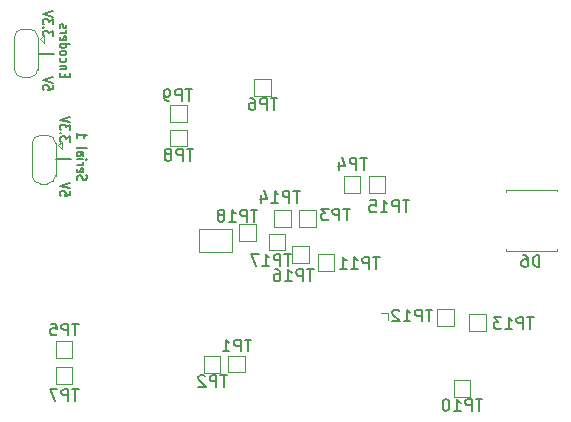
<source format=gbr>
G04 #@! TF.GenerationSoftware,KiCad,Pcbnew,5.1.5-52549c5~84~ubuntu18.04.1*
G04 #@! TF.CreationDate,2020-01-06T23:59:47+00:00*
G04 #@! TF.ProjectId,simpleboard,73696d70-6c65-4626-9f61-72642e6b6963,rev?*
G04 #@! TF.SameCoordinates,Original*
G04 #@! TF.FileFunction,Legend,Bot*
G04 #@! TF.FilePolarity,Positive*
%FSLAX46Y46*%
G04 Gerber Fmt 4.6, Leading zero omitted, Abs format (unit mm)*
G04 Created by KiCad (PCBNEW 5.1.5-52549c5~84~ubuntu18.04.1) date 2020-01-06 23:59:47*
%MOMM*%
%LPD*%
G04 APERTURE LIST*
%ADD10C,0.175000*%
%ADD11C,0.120000*%
%ADD12C,0.150000*%
G04 APERTURE END LIST*
D10*
X155185714Y-65200000D02*
X155185714Y-64966666D01*
X154740476Y-64866666D02*
X154740476Y-65200000D01*
X155590476Y-65200000D01*
X155590476Y-64866666D01*
X155307142Y-64566666D02*
X154740476Y-64566666D01*
X155226190Y-64566666D02*
X155266666Y-64533333D01*
X155307142Y-64466666D01*
X155307142Y-64366666D01*
X155266666Y-64300000D01*
X155185714Y-64266666D01*
X154740476Y-64266666D01*
X154780952Y-63633333D02*
X154740476Y-63700000D01*
X154740476Y-63833333D01*
X154780952Y-63900000D01*
X154821428Y-63933333D01*
X154902380Y-63966666D01*
X155145238Y-63966666D01*
X155226190Y-63933333D01*
X155266666Y-63900000D01*
X155307142Y-63833333D01*
X155307142Y-63700000D01*
X155266666Y-63633333D01*
X154740476Y-63233333D02*
X154780952Y-63300000D01*
X154821428Y-63333333D01*
X154902380Y-63366666D01*
X155145238Y-63366666D01*
X155226190Y-63333333D01*
X155266666Y-63300000D01*
X155307142Y-63233333D01*
X155307142Y-63133333D01*
X155266666Y-63066666D01*
X155226190Y-63033333D01*
X155145238Y-63000000D01*
X154902380Y-63000000D01*
X154821428Y-63033333D01*
X154780952Y-63066666D01*
X154740476Y-63133333D01*
X154740476Y-63233333D01*
X154740476Y-62400000D02*
X155590476Y-62400000D01*
X154780952Y-62400000D02*
X154740476Y-62466666D01*
X154740476Y-62600000D01*
X154780952Y-62666666D01*
X154821428Y-62700000D01*
X154902380Y-62733333D01*
X155145238Y-62733333D01*
X155226190Y-62700000D01*
X155266666Y-62666666D01*
X155307142Y-62600000D01*
X155307142Y-62466666D01*
X155266666Y-62400000D01*
X154780952Y-61800000D02*
X154740476Y-61866666D01*
X154740476Y-62000000D01*
X154780952Y-62066666D01*
X154861904Y-62100000D01*
X155185714Y-62100000D01*
X155266666Y-62066666D01*
X155307142Y-62000000D01*
X155307142Y-61866666D01*
X155266666Y-61800000D01*
X155185714Y-61766666D01*
X155104761Y-61766666D01*
X155023809Y-62100000D01*
X154740476Y-61466666D02*
X155307142Y-61466666D01*
X155145238Y-61466666D02*
X155226190Y-61433333D01*
X155266666Y-61400000D01*
X155307142Y-61333333D01*
X155307142Y-61266666D01*
X154780952Y-61066666D02*
X154740476Y-61000000D01*
X154740476Y-60866666D01*
X154780952Y-60800000D01*
X154861904Y-60766666D01*
X154902380Y-60766666D01*
X154983333Y-60800000D01*
X155023809Y-60866666D01*
X155023809Y-60966666D01*
X155064285Y-61033333D01*
X155145238Y-61066666D01*
X155185714Y-61066666D01*
X155266666Y-61033333D01*
X155307142Y-60966666D01*
X155307142Y-60866666D01*
X155266666Y-60800000D01*
X154140476Y-65933333D02*
X154140476Y-66266666D01*
X153735714Y-66300000D01*
X153776190Y-66266666D01*
X153816666Y-66200000D01*
X153816666Y-66033333D01*
X153776190Y-65966666D01*
X153735714Y-65933333D01*
X153654761Y-65900000D01*
X153452380Y-65900000D01*
X153371428Y-65933333D01*
X153330952Y-65966666D01*
X153290476Y-66033333D01*
X153290476Y-66200000D01*
X153330952Y-66266666D01*
X153371428Y-66300000D01*
X154140476Y-65700000D02*
X153290476Y-65466666D01*
X154140476Y-65233333D01*
X153007142Y-63233333D02*
X154221428Y-63233333D01*
X154140476Y-61733333D02*
X154140476Y-61300000D01*
X153816666Y-61533333D01*
X153816666Y-61433333D01*
X153776190Y-61366666D01*
X153735714Y-61333333D01*
X153654761Y-61300000D01*
X153452380Y-61300000D01*
X153371428Y-61333333D01*
X153330952Y-61366666D01*
X153290476Y-61433333D01*
X153290476Y-61633333D01*
X153330952Y-61700000D01*
X153371428Y-61733333D01*
X153371428Y-61000000D02*
X153330952Y-60966666D01*
X153290476Y-61000000D01*
X153330952Y-61033333D01*
X153371428Y-61000000D01*
X153290476Y-61000000D01*
X154140476Y-60733333D02*
X154140476Y-60300000D01*
X153816666Y-60533333D01*
X153816666Y-60433333D01*
X153776190Y-60366666D01*
X153735714Y-60333333D01*
X153654761Y-60300000D01*
X153452380Y-60300000D01*
X153371428Y-60333333D01*
X153330952Y-60366666D01*
X153290476Y-60433333D01*
X153290476Y-60633333D01*
X153330952Y-60700000D01*
X153371428Y-60733333D01*
X154140476Y-60100000D02*
X153290476Y-59866666D01*
X154140476Y-59633333D01*
X156230952Y-73933333D02*
X156190476Y-73833333D01*
X156190476Y-73666666D01*
X156230952Y-73600000D01*
X156271428Y-73566666D01*
X156352380Y-73533333D01*
X156433333Y-73533333D01*
X156514285Y-73566666D01*
X156554761Y-73600000D01*
X156595238Y-73666666D01*
X156635714Y-73800000D01*
X156676190Y-73866666D01*
X156716666Y-73900000D01*
X156797619Y-73933333D01*
X156878571Y-73933333D01*
X156959523Y-73900000D01*
X157000000Y-73866666D01*
X157040476Y-73800000D01*
X157040476Y-73633333D01*
X157000000Y-73533333D01*
X156230952Y-72966666D02*
X156190476Y-73033333D01*
X156190476Y-73166666D01*
X156230952Y-73233333D01*
X156311904Y-73266666D01*
X156635714Y-73266666D01*
X156716666Y-73233333D01*
X156757142Y-73166666D01*
X156757142Y-73033333D01*
X156716666Y-72966666D01*
X156635714Y-72933333D01*
X156554761Y-72933333D01*
X156473809Y-73266666D01*
X156190476Y-72633333D02*
X156757142Y-72633333D01*
X156595238Y-72633333D02*
X156676190Y-72600000D01*
X156716666Y-72566666D01*
X156757142Y-72500000D01*
X156757142Y-72433333D01*
X156190476Y-72200000D02*
X156757142Y-72200000D01*
X157040476Y-72200000D02*
X157000000Y-72233333D01*
X156959523Y-72200000D01*
X157000000Y-72166666D01*
X157040476Y-72200000D01*
X156959523Y-72200000D01*
X156190476Y-71566666D02*
X156635714Y-71566666D01*
X156716666Y-71600000D01*
X156757142Y-71666666D01*
X156757142Y-71800000D01*
X156716666Y-71866666D01*
X156230952Y-71566666D02*
X156190476Y-71633333D01*
X156190476Y-71800000D01*
X156230952Y-71866666D01*
X156311904Y-71900000D01*
X156392857Y-71900000D01*
X156473809Y-71866666D01*
X156514285Y-71800000D01*
X156514285Y-71633333D01*
X156554761Y-71566666D01*
X156190476Y-71133333D02*
X156230952Y-71200000D01*
X156311904Y-71233333D01*
X157040476Y-71233333D01*
X156190476Y-69966666D02*
X156190476Y-70366666D01*
X156190476Y-70166666D02*
X157040476Y-70166666D01*
X156919047Y-70233333D01*
X156838095Y-70300000D01*
X156797619Y-70366666D01*
X155590476Y-74883333D02*
X155590476Y-75216666D01*
X155185714Y-75250000D01*
X155226190Y-75216666D01*
X155266666Y-75150000D01*
X155266666Y-74983333D01*
X155226190Y-74916666D01*
X155185714Y-74883333D01*
X155104761Y-74850000D01*
X154902380Y-74850000D01*
X154821428Y-74883333D01*
X154780952Y-74916666D01*
X154740476Y-74983333D01*
X154740476Y-75150000D01*
X154780952Y-75216666D01*
X154821428Y-75250000D01*
X155590476Y-74650000D02*
X154740476Y-74416666D01*
X155590476Y-74183333D01*
X154457142Y-72183333D02*
X155671428Y-72183333D01*
X155590476Y-70683333D02*
X155590476Y-70250000D01*
X155266666Y-70483333D01*
X155266666Y-70383333D01*
X155226190Y-70316666D01*
X155185714Y-70283333D01*
X155104761Y-70250000D01*
X154902380Y-70250000D01*
X154821428Y-70283333D01*
X154780952Y-70316666D01*
X154740476Y-70383333D01*
X154740476Y-70583333D01*
X154780952Y-70650000D01*
X154821428Y-70683333D01*
X154821428Y-69950000D02*
X154780952Y-69916666D01*
X154740476Y-69950000D01*
X154780952Y-69983333D01*
X154821428Y-69950000D01*
X154740476Y-69950000D01*
X155590476Y-69683333D02*
X155590476Y-69250000D01*
X155266666Y-69483333D01*
X155266666Y-69383333D01*
X155226190Y-69316666D01*
X155185714Y-69283333D01*
X155104761Y-69250000D01*
X154902380Y-69250000D01*
X154821428Y-69283333D01*
X154780952Y-69316666D01*
X154740476Y-69383333D01*
X154740476Y-69583333D01*
X154780952Y-69650000D01*
X154821428Y-69683333D01*
X155590476Y-69050000D02*
X154740476Y-68816666D01*
X155590476Y-68583333D01*
D11*
X192550000Y-79950000D02*
X192550000Y-79750000D01*
X196850000Y-79950000D02*
X192550000Y-79950000D01*
X196850000Y-79800000D02*
X196850000Y-79950000D01*
X196850000Y-74750000D02*
X196850000Y-74900000D01*
X192550000Y-74750000D02*
X196850000Y-74750000D01*
X192550000Y-74950000D02*
X192550000Y-74750000D01*
X169950000Y-77700000D02*
X169950000Y-79100000D01*
X171350000Y-77700000D02*
X169950000Y-77700000D01*
X171350000Y-79100000D02*
X171350000Y-77700000D01*
X169950000Y-79100000D02*
X171350000Y-79100000D01*
X172450000Y-78500000D02*
X172450000Y-79900000D01*
X173850000Y-78500000D02*
X172450000Y-78500000D01*
X173850000Y-79900000D02*
X173850000Y-78500000D01*
X172450000Y-79900000D02*
X173850000Y-79900000D01*
X174450000Y-79550000D02*
X174450000Y-80950000D01*
X175850000Y-79550000D02*
X174450000Y-79550000D01*
X175850000Y-80950000D02*
X175850000Y-79550000D01*
X174450000Y-80950000D02*
X175850000Y-80950000D01*
X176600000Y-80200000D02*
X176600000Y-81600000D01*
X178000000Y-80200000D02*
X176600000Y-80200000D01*
X178000000Y-81600000D02*
X178000000Y-80200000D01*
X176600000Y-81600000D02*
X178000000Y-81600000D01*
X171200000Y-65400000D02*
X171200000Y-66800000D01*
X172600000Y-65400000D02*
X171200000Y-65400000D01*
X172600000Y-66800000D02*
X172600000Y-65400000D01*
X171200000Y-66800000D02*
X172600000Y-66800000D01*
X180900000Y-73600000D02*
X180900000Y-75000000D01*
X182300000Y-73600000D02*
X180900000Y-73600000D01*
X182300000Y-75000000D02*
X182300000Y-73600000D01*
X180900000Y-75000000D02*
X182300000Y-75000000D01*
X172900000Y-76500000D02*
X172900000Y-77900000D01*
X174300000Y-76500000D02*
X172900000Y-76500000D01*
X174300000Y-77900000D02*
X174300000Y-76500000D01*
X172900000Y-77900000D02*
X174300000Y-77900000D01*
X189400000Y-85300000D02*
X189400000Y-86700000D01*
X190800000Y-85300000D02*
X189400000Y-85300000D01*
X190800000Y-86700000D02*
X190800000Y-85300000D01*
X189400000Y-86700000D02*
X190800000Y-86700000D01*
X186700000Y-84900000D02*
X186700000Y-86300000D01*
X188100000Y-84900000D02*
X186700000Y-84900000D01*
X188100000Y-86300000D02*
X188100000Y-84900000D01*
X186700000Y-86300000D02*
X188100000Y-86300000D01*
X188100000Y-90900000D02*
X188100000Y-92300000D01*
X189500000Y-90900000D02*
X188100000Y-90900000D01*
X189500000Y-92300000D02*
X189500000Y-90900000D01*
X188100000Y-92300000D02*
X189500000Y-92300000D01*
X164100000Y-67600000D02*
X164100000Y-69000000D01*
X165500000Y-67600000D02*
X164100000Y-67600000D01*
X165500000Y-69000000D02*
X165500000Y-67600000D01*
X164100000Y-69000000D02*
X165500000Y-69000000D01*
X164100000Y-69700000D02*
X164100000Y-71100000D01*
X165500000Y-69700000D02*
X164100000Y-69700000D01*
X165500000Y-71100000D02*
X165500000Y-69700000D01*
X164100000Y-71100000D02*
X165500000Y-71100000D01*
X154400000Y-89800000D02*
X154400000Y-91200000D01*
X155800000Y-89800000D02*
X154400000Y-89800000D01*
X155800000Y-91200000D02*
X155800000Y-89800000D01*
X154400000Y-91200000D02*
X155800000Y-91200000D01*
X154400000Y-87600000D02*
X154400000Y-89000000D01*
X155800000Y-87600000D02*
X154400000Y-87600000D01*
X155800000Y-89000000D02*
X155800000Y-87600000D01*
X154400000Y-89000000D02*
X155800000Y-89000000D01*
X178800000Y-73600000D02*
X178800000Y-75000000D01*
X180200000Y-73600000D02*
X178800000Y-73600000D01*
X180200000Y-75000000D02*
X180200000Y-73600000D01*
X178800000Y-75000000D02*
X180200000Y-75000000D01*
X175000000Y-76500000D02*
X175000000Y-77900000D01*
X176400000Y-76500000D02*
X175000000Y-76500000D01*
X176400000Y-77900000D02*
X176400000Y-76500000D01*
X175000000Y-77900000D02*
X176400000Y-77900000D01*
X166950000Y-88850000D02*
X166950000Y-90250000D01*
X168350000Y-88850000D02*
X166950000Y-88850000D01*
X168350000Y-90250000D02*
X168350000Y-88850000D01*
X166950000Y-90250000D02*
X168350000Y-90250000D01*
X169000000Y-88800000D02*
X169000000Y-90200000D01*
X170400000Y-88800000D02*
X169000000Y-88800000D01*
X170400000Y-90200000D02*
X170400000Y-88800000D01*
X169000000Y-90200000D02*
X170400000Y-90200000D01*
X151600000Y-61150000D02*
G75*
G03X150900000Y-61850000I0J-700000D01*
G01*
X152900000Y-61850000D02*
G75*
G03X152200000Y-61150000I-700000J0D01*
G01*
X152200000Y-65250000D02*
G75*
G03X152900000Y-64550000I0J700000D01*
G01*
X150900000Y-64550000D02*
G75*
G03X151600000Y-65250000I700000J0D01*
G01*
X150900000Y-61800000D02*
X150900000Y-64600000D01*
X151600000Y-65250000D02*
X152200000Y-65250000D01*
X152900000Y-64600000D02*
X152900000Y-61800000D01*
X152200000Y-61150000D02*
X151600000Y-61150000D01*
X153100000Y-62000000D02*
X153400000Y-61700000D01*
X153400000Y-61700000D02*
X153400000Y-62300000D01*
X153100000Y-62000000D02*
X153400000Y-62300000D01*
X182570000Y-85830000D02*
X182570000Y-85195000D01*
X182570000Y-85195000D02*
X181935000Y-85195000D01*
X153100000Y-70150000D02*
G75*
G03X152400000Y-70850000I0J-700000D01*
G01*
X154400000Y-70850000D02*
G75*
G03X153700000Y-70150000I-700000J0D01*
G01*
X153700000Y-74250000D02*
G75*
G03X154400000Y-73550000I0J700000D01*
G01*
X152400000Y-73550000D02*
G75*
G03X153100000Y-74250000I700000J0D01*
G01*
X152400000Y-70800000D02*
X152400000Y-73600000D01*
X153100000Y-74250000D02*
X153700000Y-74250000D01*
X154400000Y-73600000D02*
X154400000Y-70800000D01*
X153700000Y-70150000D02*
X153100000Y-70150000D01*
X154600000Y-71000000D02*
X154900000Y-70700000D01*
X154900000Y-70700000D02*
X154900000Y-71300000D01*
X154600000Y-71000000D02*
X154900000Y-71300000D01*
X166510000Y-80050000D02*
X169310000Y-80050000D01*
X169310000Y-80050000D02*
X169310000Y-78050000D01*
X169310000Y-78050000D02*
X166510000Y-78050000D01*
X166510000Y-78050000D02*
X166510000Y-80050000D01*
D12*
X195358095Y-81282380D02*
X195358095Y-80282380D01*
X195120000Y-80282380D01*
X194977142Y-80330000D01*
X194881904Y-80425238D01*
X194834285Y-80520476D01*
X194786666Y-80710952D01*
X194786666Y-80853809D01*
X194834285Y-81044285D01*
X194881904Y-81139523D01*
X194977142Y-81234761D01*
X195120000Y-81282380D01*
X195358095Y-81282380D01*
X193929523Y-80282380D02*
X194120000Y-80282380D01*
X194215238Y-80330000D01*
X194262857Y-80377619D01*
X194358095Y-80520476D01*
X194405714Y-80710952D01*
X194405714Y-81091904D01*
X194358095Y-81187142D01*
X194310476Y-81234761D01*
X194215238Y-81282380D01*
X194024761Y-81282380D01*
X193929523Y-81234761D01*
X193881904Y-81187142D01*
X193834285Y-81091904D01*
X193834285Y-80853809D01*
X193881904Y-80758571D01*
X193929523Y-80710952D01*
X194024761Y-80663333D01*
X194215238Y-80663333D01*
X194310476Y-80710952D01*
X194358095Y-80758571D01*
X194405714Y-80853809D01*
X171488095Y-76452380D02*
X170916666Y-76452380D01*
X171202380Y-77452380D02*
X171202380Y-76452380D01*
X170583333Y-77452380D02*
X170583333Y-76452380D01*
X170202380Y-76452380D01*
X170107142Y-76500000D01*
X170059523Y-76547619D01*
X170011904Y-76642857D01*
X170011904Y-76785714D01*
X170059523Y-76880952D01*
X170107142Y-76928571D01*
X170202380Y-76976190D01*
X170583333Y-76976190D01*
X169059523Y-77452380D02*
X169630952Y-77452380D01*
X169345238Y-77452380D02*
X169345238Y-76452380D01*
X169440476Y-76595238D01*
X169535714Y-76690476D01*
X169630952Y-76738095D01*
X168488095Y-76880952D02*
X168583333Y-76833333D01*
X168630952Y-76785714D01*
X168678571Y-76690476D01*
X168678571Y-76642857D01*
X168630952Y-76547619D01*
X168583333Y-76500000D01*
X168488095Y-76452380D01*
X168297619Y-76452380D01*
X168202380Y-76500000D01*
X168154761Y-76547619D01*
X168107142Y-76642857D01*
X168107142Y-76690476D01*
X168154761Y-76785714D01*
X168202380Y-76833333D01*
X168297619Y-76880952D01*
X168488095Y-76880952D01*
X168583333Y-76928571D01*
X168630952Y-76976190D01*
X168678571Y-77071428D01*
X168678571Y-77261904D01*
X168630952Y-77357142D01*
X168583333Y-77404761D01*
X168488095Y-77452380D01*
X168297619Y-77452380D01*
X168202380Y-77404761D01*
X168154761Y-77357142D01*
X168107142Y-77261904D01*
X168107142Y-77071428D01*
X168154761Y-76976190D01*
X168202380Y-76928571D01*
X168297619Y-76880952D01*
X174338095Y-80202380D02*
X173766666Y-80202380D01*
X174052380Y-81202380D02*
X174052380Y-80202380D01*
X173433333Y-81202380D02*
X173433333Y-80202380D01*
X173052380Y-80202380D01*
X172957142Y-80250000D01*
X172909523Y-80297619D01*
X172861904Y-80392857D01*
X172861904Y-80535714D01*
X172909523Y-80630952D01*
X172957142Y-80678571D01*
X173052380Y-80726190D01*
X173433333Y-80726190D01*
X171909523Y-81202380D02*
X172480952Y-81202380D01*
X172195238Y-81202380D02*
X172195238Y-80202380D01*
X172290476Y-80345238D01*
X172385714Y-80440476D01*
X172480952Y-80488095D01*
X171576190Y-80202380D02*
X170909523Y-80202380D01*
X171338095Y-81202380D01*
X176238095Y-81502380D02*
X175666666Y-81502380D01*
X175952380Y-82502380D02*
X175952380Y-81502380D01*
X175333333Y-82502380D02*
X175333333Y-81502380D01*
X174952380Y-81502380D01*
X174857142Y-81550000D01*
X174809523Y-81597619D01*
X174761904Y-81692857D01*
X174761904Y-81835714D01*
X174809523Y-81930952D01*
X174857142Y-81978571D01*
X174952380Y-82026190D01*
X175333333Y-82026190D01*
X173809523Y-82502380D02*
X174380952Y-82502380D01*
X174095238Y-82502380D02*
X174095238Y-81502380D01*
X174190476Y-81645238D01*
X174285714Y-81740476D01*
X174380952Y-81788095D01*
X172952380Y-81502380D02*
X173142857Y-81502380D01*
X173238095Y-81550000D01*
X173285714Y-81597619D01*
X173380952Y-81740476D01*
X173428571Y-81930952D01*
X173428571Y-82311904D01*
X173380952Y-82407142D01*
X173333333Y-82454761D01*
X173238095Y-82502380D01*
X173047619Y-82502380D01*
X172952380Y-82454761D01*
X172904761Y-82407142D01*
X172857142Y-82311904D01*
X172857142Y-82073809D01*
X172904761Y-81978571D01*
X172952380Y-81930952D01*
X173047619Y-81883333D01*
X173238095Y-81883333D01*
X173333333Y-81930952D01*
X173380952Y-81978571D01*
X173428571Y-82073809D01*
X181838095Y-80452380D02*
X181266666Y-80452380D01*
X181552380Y-81452380D02*
X181552380Y-80452380D01*
X180933333Y-81452380D02*
X180933333Y-80452380D01*
X180552380Y-80452380D01*
X180457142Y-80500000D01*
X180409523Y-80547619D01*
X180361904Y-80642857D01*
X180361904Y-80785714D01*
X180409523Y-80880952D01*
X180457142Y-80928571D01*
X180552380Y-80976190D01*
X180933333Y-80976190D01*
X179409523Y-81452380D02*
X179980952Y-81452380D01*
X179695238Y-81452380D02*
X179695238Y-80452380D01*
X179790476Y-80595238D01*
X179885714Y-80690476D01*
X179980952Y-80738095D01*
X178457142Y-81452380D02*
X179028571Y-81452380D01*
X178742857Y-81452380D02*
X178742857Y-80452380D01*
X178838095Y-80595238D01*
X178933333Y-80690476D01*
X179028571Y-80738095D01*
X173161904Y-67000380D02*
X172590476Y-67000380D01*
X172876190Y-68000380D02*
X172876190Y-67000380D01*
X172257142Y-68000380D02*
X172257142Y-67000380D01*
X171876190Y-67000380D01*
X171780952Y-67048000D01*
X171733333Y-67095619D01*
X171685714Y-67190857D01*
X171685714Y-67333714D01*
X171733333Y-67428952D01*
X171780952Y-67476571D01*
X171876190Y-67524190D01*
X172257142Y-67524190D01*
X170828571Y-67000380D02*
X171019047Y-67000380D01*
X171114285Y-67048000D01*
X171161904Y-67095619D01*
X171257142Y-67238476D01*
X171304761Y-67428952D01*
X171304761Y-67809904D01*
X171257142Y-67905142D01*
X171209523Y-67952761D01*
X171114285Y-68000380D01*
X170923809Y-68000380D01*
X170828571Y-67952761D01*
X170780952Y-67905142D01*
X170733333Y-67809904D01*
X170733333Y-67571809D01*
X170780952Y-67476571D01*
X170828571Y-67428952D01*
X170923809Y-67381333D01*
X171114285Y-67381333D01*
X171209523Y-67428952D01*
X171257142Y-67476571D01*
X171304761Y-67571809D01*
X184338095Y-75652380D02*
X183766666Y-75652380D01*
X184052380Y-76652380D02*
X184052380Y-75652380D01*
X183433333Y-76652380D02*
X183433333Y-75652380D01*
X183052380Y-75652380D01*
X182957142Y-75700000D01*
X182909523Y-75747619D01*
X182861904Y-75842857D01*
X182861904Y-75985714D01*
X182909523Y-76080952D01*
X182957142Y-76128571D01*
X183052380Y-76176190D01*
X183433333Y-76176190D01*
X181909523Y-76652380D02*
X182480952Y-76652380D01*
X182195238Y-76652380D02*
X182195238Y-75652380D01*
X182290476Y-75795238D01*
X182385714Y-75890476D01*
X182480952Y-75938095D01*
X181004761Y-75652380D02*
X181480952Y-75652380D01*
X181528571Y-76128571D01*
X181480952Y-76080952D01*
X181385714Y-76033333D01*
X181147619Y-76033333D01*
X181052380Y-76080952D01*
X181004761Y-76128571D01*
X180957142Y-76223809D01*
X180957142Y-76461904D01*
X181004761Y-76557142D01*
X181052380Y-76604761D01*
X181147619Y-76652380D01*
X181385714Y-76652380D01*
X181480952Y-76604761D01*
X181528571Y-76557142D01*
X175088095Y-74852380D02*
X174516666Y-74852380D01*
X174802380Y-75852380D02*
X174802380Y-74852380D01*
X174183333Y-75852380D02*
X174183333Y-74852380D01*
X173802380Y-74852380D01*
X173707142Y-74900000D01*
X173659523Y-74947619D01*
X173611904Y-75042857D01*
X173611904Y-75185714D01*
X173659523Y-75280952D01*
X173707142Y-75328571D01*
X173802380Y-75376190D01*
X174183333Y-75376190D01*
X172659523Y-75852380D02*
X173230952Y-75852380D01*
X172945238Y-75852380D02*
X172945238Y-74852380D01*
X173040476Y-74995238D01*
X173135714Y-75090476D01*
X173230952Y-75138095D01*
X171802380Y-75185714D02*
X171802380Y-75852380D01*
X172040476Y-74804761D02*
X172278571Y-75519047D01*
X171659523Y-75519047D01*
X194888095Y-85552380D02*
X194316666Y-85552380D01*
X194602380Y-86552380D02*
X194602380Y-85552380D01*
X193983333Y-86552380D02*
X193983333Y-85552380D01*
X193602380Y-85552380D01*
X193507142Y-85600000D01*
X193459523Y-85647619D01*
X193411904Y-85742857D01*
X193411904Y-85885714D01*
X193459523Y-85980952D01*
X193507142Y-86028571D01*
X193602380Y-86076190D01*
X193983333Y-86076190D01*
X192459523Y-86552380D02*
X193030952Y-86552380D01*
X192745238Y-86552380D02*
X192745238Y-85552380D01*
X192840476Y-85695238D01*
X192935714Y-85790476D01*
X193030952Y-85838095D01*
X192126190Y-85552380D02*
X191507142Y-85552380D01*
X191840476Y-85933333D01*
X191697619Y-85933333D01*
X191602380Y-85980952D01*
X191554761Y-86028571D01*
X191507142Y-86123809D01*
X191507142Y-86361904D01*
X191554761Y-86457142D01*
X191602380Y-86504761D01*
X191697619Y-86552380D01*
X191983333Y-86552380D01*
X192078571Y-86504761D01*
X192126190Y-86457142D01*
X186288095Y-84902380D02*
X185716666Y-84902380D01*
X186002380Y-85902380D02*
X186002380Y-84902380D01*
X185383333Y-85902380D02*
X185383333Y-84902380D01*
X185002380Y-84902380D01*
X184907142Y-84950000D01*
X184859523Y-84997619D01*
X184811904Y-85092857D01*
X184811904Y-85235714D01*
X184859523Y-85330952D01*
X184907142Y-85378571D01*
X185002380Y-85426190D01*
X185383333Y-85426190D01*
X183859523Y-85902380D02*
X184430952Y-85902380D01*
X184145238Y-85902380D02*
X184145238Y-84902380D01*
X184240476Y-85045238D01*
X184335714Y-85140476D01*
X184430952Y-85188095D01*
X183478571Y-84997619D02*
X183430952Y-84950000D01*
X183335714Y-84902380D01*
X183097619Y-84902380D01*
X183002380Y-84950000D01*
X182954761Y-84997619D01*
X182907142Y-85092857D01*
X182907142Y-85188095D01*
X182954761Y-85330952D01*
X183526190Y-85902380D01*
X182907142Y-85902380D01*
X190538095Y-92500380D02*
X189966666Y-92500380D01*
X190252380Y-93500380D02*
X190252380Y-92500380D01*
X189633333Y-93500380D02*
X189633333Y-92500380D01*
X189252380Y-92500380D01*
X189157142Y-92548000D01*
X189109523Y-92595619D01*
X189061904Y-92690857D01*
X189061904Y-92833714D01*
X189109523Y-92928952D01*
X189157142Y-92976571D01*
X189252380Y-93024190D01*
X189633333Y-93024190D01*
X188109523Y-93500380D02*
X188680952Y-93500380D01*
X188395238Y-93500380D02*
X188395238Y-92500380D01*
X188490476Y-92643238D01*
X188585714Y-92738476D01*
X188680952Y-92786095D01*
X187490476Y-92500380D02*
X187395238Y-92500380D01*
X187300000Y-92548000D01*
X187252380Y-92595619D01*
X187204761Y-92690857D01*
X187157142Y-92881333D01*
X187157142Y-93119428D01*
X187204761Y-93309904D01*
X187252380Y-93405142D01*
X187300000Y-93452761D01*
X187395238Y-93500380D01*
X187490476Y-93500380D01*
X187585714Y-93452761D01*
X187633333Y-93405142D01*
X187680952Y-93309904D01*
X187728571Y-93119428D01*
X187728571Y-92881333D01*
X187680952Y-92690857D01*
X187633333Y-92595619D01*
X187585714Y-92548000D01*
X187490476Y-92500380D01*
X165961904Y-66252380D02*
X165390476Y-66252380D01*
X165676190Y-67252380D02*
X165676190Y-66252380D01*
X165057142Y-67252380D02*
X165057142Y-66252380D01*
X164676190Y-66252380D01*
X164580952Y-66300000D01*
X164533333Y-66347619D01*
X164485714Y-66442857D01*
X164485714Y-66585714D01*
X164533333Y-66680952D01*
X164580952Y-66728571D01*
X164676190Y-66776190D01*
X165057142Y-66776190D01*
X164009523Y-67252380D02*
X163819047Y-67252380D01*
X163723809Y-67204761D01*
X163676190Y-67157142D01*
X163580952Y-67014285D01*
X163533333Y-66823809D01*
X163533333Y-66442857D01*
X163580952Y-66347619D01*
X163628571Y-66300000D01*
X163723809Y-66252380D01*
X163914285Y-66252380D01*
X164009523Y-66300000D01*
X164057142Y-66347619D01*
X164104761Y-66442857D01*
X164104761Y-66680952D01*
X164057142Y-66776190D01*
X164009523Y-66823809D01*
X163914285Y-66871428D01*
X163723809Y-66871428D01*
X163628571Y-66823809D01*
X163580952Y-66776190D01*
X163533333Y-66680952D01*
X166061904Y-71300380D02*
X165490476Y-71300380D01*
X165776190Y-72300380D02*
X165776190Y-71300380D01*
X165157142Y-72300380D02*
X165157142Y-71300380D01*
X164776190Y-71300380D01*
X164680952Y-71348000D01*
X164633333Y-71395619D01*
X164585714Y-71490857D01*
X164585714Y-71633714D01*
X164633333Y-71728952D01*
X164680952Y-71776571D01*
X164776190Y-71824190D01*
X165157142Y-71824190D01*
X164014285Y-71728952D02*
X164109523Y-71681333D01*
X164157142Y-71633714D01*
X164204761Y-71538476D01*
X164204761Y-71490857D01*
X164157142Y-71395619D01*
X164109523Y-71348000D01*
X164014285Y-71300380D01*
X163823809Y-71300380D01*
X163728571Y-71348000D01*
X163680952Y-71395619D01*
X163633333Y-71490857D01*
X163633333Y-71538476D01*
X163680952Y-71633714D01*
X163728571Y-71681333D01*
X163823809Y-71728952D01*
X164014285Y-71728952D01*
X164109523Y-71776571D01*
X164157142Y-71824190D01*
X164204761Y-71919428D01*
X164204761Y-72109904D01*
X164157142Y-72205142D01*
X164109523Y-72252761D01*
X164014285Y-72300380D01*
X163823809Y-72300380D01*
X163728571Y-72252761D01*
X163680952Y-72205142D01*
X163633333Y-72109904D01*
X163633333Y-71919428D01*
X163680952Y-71824190D01*
X163728571Y-71776571D01*
X163823809Y-71728952D01*
X156361904Y-91652380D02*
X155790476Y-91652380D01*
X156076190Y-92652380D02*
X156076190Y-91652380D01*
X155457142Y-92652380D02*
X155457142Y-91652380D01*
X155076190Y-91652380D01*
X154980952Y-91700000D01*
X154933333Y-91747619D01*
X154885714Y-91842857D01*
X154885714Y-91985714D01*
X154933333Y-92080952D01*
X154980952Y-92128571D01*
X155076190Y-92176190D01*
X155457142Y-92176190D01*
X154552380Y-91652380D02*
X153885714Y-91652380D01*
X154314285Y-92652380D01*
X156361904Y-86102380D02*
X155790476Y-86102380D01*
X156076190Y-87102380D02*
X156076190Y-86102380D01*
X155457142Y-87102380D02*
X155457142Y-86102380D01*
X155076190Y-86102380D01*
X154980952Y-86150000D01*
X154933333Y-86197619D01*
X154885714Y-86292857D01*
X154885714Y-86435714D01*
X154933333Y-86530952D01*
X154980952Y-86578571D01*
X155076190Y-86626190D01*
X155457142Y-86626190D01*
X153980952Y-86102380D02*
X154457142Y-86102380D01*
X154504761Y-86578571D01*
X154457142Y-86530952D01*
X154361904Y-86483333D01*
X154123809Y-86483333D01*
X154028571Y-86530952D01*
X153980952Y-86578571D01*
X153933333Y-86673809D01*
X153933333Y-86911904D01*
X153980952Y-87007142D01*
X154028571Y-87054761D01*
X154123809Y-87102380D01*
X154361904Y-87102380D01*
X154457142Y-87054761D01*
X154504761Y-87007142D01*
X180761904Y-72052380D02*
X180190476Y-72052380D01*
X180476190Y-73052380D02*
X180476190Y-72052380D01*
X179857142Y-73052380D02*
X179857142Y-72052380D01*
X179476190Y-72052380D01*
X179380952Y-72100000D01*
X179333333Y-72147619D01*
X179285714Y-72242857D01*
X179285714Y-72385714D01*
X179333333Y-72480952D01*
X179380952Y-72528571D01*
X179476190Y-72576190D01*
X179857142Y-72576190D01*
X178428571Y-72385714D02*
X178428571Y-73052380D01*
X178666666Y-72004761D02*
X178904761Y-72719047D01*
X178285714Y-72719047D01*
X179311904Y-76352380D02*
X178740476Y-76352380D01*
X179026190Y-77352380D02*
X179026190Y-76352380D01*
X178407142Y-77352380D02*
X178407142Y-76352380D01*
X178026190Y-76352380D01*
X177930952Y-76400000D01*
X177883333Y-76447619D01*
X177835714Y-76542857D01*
X177835714Y-76685714D01*
X177883333Y-76780952D01*
X177930952Y-76828571D01*
X178026190Y-76876190D01*
X178407142Y-76876190D01*
X177502380Y-76352380D02*
X176883333Y-76352380D01*
X177216666Y-76733333D01*
X177073809Y-76733333D01*
X176978571Y-76780952D01*
X176930952Y-76828571D01*
X176883333Y-76923809D01*
X176883333Y-77161904D01*
X176930952Y-77257142D01*
X176978571Y-77304761D01*
X177073809Y-77352380D01*
X177359523Y-77352380D01*
X177454761Y-77304761D01*
X177502380Y-77257142D01*
X168911904Y-90450380D02*
X168340476Y-90450380D01*
X168626190Y-91450380D02*
X168626190Y-90450380D01*
X168007142Y-91450380D02*
X168007142Y-90450380D01*
X167626190Y-90450380D01*
X167530952Y-90498000D01*
X167483333Y-90545619D01*
X167435714Y-90640857D01*
X167435714Y-90783714D01*
X167483333Y-90878952D01*
X167530952Y-90926571D01*
X167626190Y-90974190D01*
X168007142Y-90974190D01*
X167054761Y-90545619D02*
X167007142Y-90498000D01*
X166911904Y-90450380D01*
X166673809Y-90450380D01*
X166578571Y-90498000D01*
X166530952Y-90545619D01*
X166483333Y-90640857D01*
X166483333Y-90736095D01*
X166530952Y-90878952D01*
X167102380Y-91450380D01*
X166483333Y-91450380D01*
X170961904Y-87452380D02*
X170390476Y-87452380D01*
X170676190Y-88452380D02*
X170676190Y-87452380D01*
X170057142Y-88452380D02*
X170057142Y-87452380D01*
X169676190Y-87452380D01*
X169580952Y-87500000D01*
X169533333Y-87547619D01*
X169485714Y-87642857D01*
X169485714Y-87785714D01*
X169533333Y-87880952D01*
X169580952Y-87928571D01*
X169676190Y-87976190D01*
X170057142Y-87976190D01*
X168533333Y-88452380D02*
X169104761Y-88452380D01*
X168819047Y-88452380D02*
X168819047Y-87452380D01*
X168914285Y-87595238D01*
X169009523Y-87690476D01*
X169104761Y-87738095D01*
M02*

</source>
